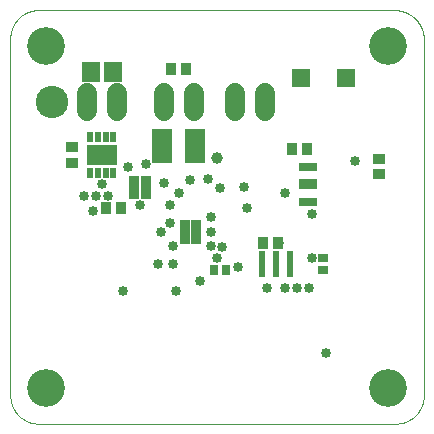
<source format=gbs>
G04 EAGLE Gerber RS-274X export*
G75*
%MOMM*%
%FSLAX35Y35*%
%LPD*%
%INsolder_mask_bottom*%
%IPPOS*%
%AMOC8*
5,1,8,0,0,1.08239X$1,22.5*%
G01*
%ADD10C,0.000000*%
%ADD11R,0.903200X1.103200*%
%ADD12R,1.103200X0.903200*%
%ADD13R,1.603200X1.603200*%
%ADD14R,2.603200X1.703200*%
%ADD15R,0.553200X0.853200*%
%ADD16R,1.803200X2.903200*%
%ADD17R,1.503200X1.703200*%
%ADD18C,1.703200*%
%ADD19R,0.603200X2.203200*%
%ADD20R,0.903200X0.803200*%
%ADD21R,0.803200X0.903200*%
%ADD22C,2.743200*%
%ADD23R,0.853200X0.503200*%
%ADD24R,1.603200X0.773200*%
%ADD25R,1.603200X0.853200*%
%ADD26C,3.203200*%
%ADD27C,0.853200*%
%ADD28C,1.003200*%


D10*
X250000Y0D02*
X3250000Y0D01*
X3500000Y225000D02*
X3500000Y3275000D01*
X3225000Y3500000D02*
X250000Y3500000D01*
X0Y3275000D02*
X0Y225000D01*
X0Y3275000D02*
X371Y3280735D01*
X881Y3286460D01*
X1529Y3292170D01*
X2315Y3297864D01*
X3238Y3303536D01*
X4298Y3309185D01*
X5494Y3314806D01*
X6826Y3320397D01*
X8292Y3325954D01*
X9892Y3331474D01*
X11626Y3336954D01*
X13491Y3342390D01*
X15487Y3347780D01*
X17612Y3353120D01*
X19866Y3358406D01*
X22247Y3363637D01*
X24754Y3368809D01*
X27385Y3373919D01*
X30138Y3378963D01*
X33013Y3383940D01*
X36007Y3388846D01*
X39119Y3393678D01*
X42347Y3398433D01*
X45688Y3403109D01*
X49142Y3407703D01*
X52706Y3412212D01*
X56377Y3416633D01*
X60154Y3420965D01*
X64035Y3425204D01*
X68018Y3429348D01*
X72099Y3433395D01*
X76276Y3437342D01*
X80548Y3441186D01*
X84912Y3444927D01*
X89365Y3448561D01*
X93904Y3452086D01*
X98527Y3455500D01*
X103231Y3458802D01*
X108014Y3461989D01*
X112872Y3465060D01*
X117803Y3468012D01*
X122804Y3470844D01*
X127872Y3473555D01*
X133003Y3476142D01*
X138196Y3478605D01*
X143447Y3480942D01*
X148753Y3483150D01*
X154111Y3485230D01*
X159517Y3487180D01*
X164969Y3488999D01*
X170463Y3490686D01*
X175997Y3492239D01*
X181566Y3493658D01*
X187168Y3494942D01*
X192799Y3496090D01*
X198457Y3497102D01*
X204137Y3497977D01*
X209837Y3498715D01*
X215553Y3499314D01*
X221281Y3499775D01*
X227020Y3500098D01*
X232764Y3500282D01*
X238511Y3500327D01*
X244257Y3500233D01*
X250000Y3500000D01*
X3225000Y3500000D02*
X3231143Y3500538D01*
X3237297Y3500926D01*
X3243459Y3501162D01*
X3249625Y3501247D01*
X3255791Y3501180D01*
X3261953Y3500962D01*
X3268109Y3500594D01*
X3274253Y3500074D01*
X3280383Y3499403D01*
X3286494Y3498582D01*
X3292584Y3497612D01*
X3298648Y3496492D01*
X3304682Y3495224D01*
X3310684Y3493808D01*
X3316649Y3492246D01*
X3322574Y3490537D01*
X3328455Y3488684D01*
X3334289Y3486686D01*
X3340072Y3484546D01*
X3345801Y3482265D01*
X3351472Y3479844D01*
X3357083Y3477285D01*
X3362628Y3474588D01*
X3368106Y3471757D01*
X3373512Y3468792D01*
X3378845Y3465694D01*
X3384099Y3462467D01*
X3389273Y3459113D01*
X3394363Y3455632D01*
X3399366Y3452027D01*
X3404279Y3448300D01*
X3409099Y3444454D01*
X3413823Y3440491D01*
X3418449Y3436414D01*
X3422973Y3432224D01*
X3427393Y3427924D01*
X3431706Y3423517D01*
X3435909Y3419005D01*
X3440001Y3414392D01*
X3443978Y3409679D01*
X3447839Y3404871D01*
X3451580Y3399969D01*
X3455199Y3394977D01*
X3458695Y3389897D01*
X3462066Y3384733D01*
X3465309Y3379489D01*
X3468422Y3374166D01*
X3471403Y3368768D01*
X3474251Y3363299D01*
X3476964Y3357761D01*
X3479540Y3352159D01*
X3481978Y3346495D01*
X3484276Y3340773D01*
X3486433Y3334996D01*
X3488448Y3329168D01*
X3490319Y3323292D01*
X3492045Y3317372D01*
X3493626Y3311412D01*
X3495060Y3305415D01*
X3496346Y3299384D01*
X3497484Y3293323D01*
X3498472Y3287237D01*
X3499311Y3281128D01*
X3500000Y3275000D01*
X3500000Y225000D02*
X3499629Y219265D01*
X3499119Y213540D01*
X3498471Y207830D01*
X3497685Y202136D01*
X3496762Y196464D01*
X3495702Y190815D01*
X3494506Y185194D01*
X3493174Y179603D01*
X3491708Y174046D01*
X3490108Y168526D01*
X3488374Y163046D01*
X3486509Y157610D01*
X3484513Y152220D01*
X3482388Y146880D01*
X3480134Y141594D01*
X3477753Y136363D01*
X3475246Y131191D01*
X3472615Y126081D01*
X3469862Y121037D01*
X3466987Y116060D01*
X3463993Y111154D01*
X3460881Y106322D01*
X3457653Y101567D01*
X3454312Y96891D01*
X3450858Y92297D01*
X3447294Y87788D01*
X3443623Y83367D01*
X3439846Y79035D01*
X3435965Y74796D01*
X3431982Y70652D01*
X3427901Y66605D01*
X3423724Y62658D01*
X3419452Y58814D01*
X3415088Y55073D01*
X3410635Y51439D01*
X3406096Y47914D01*
X3401473Y44500D01*
X3396769Y41198D01*
X3391986Y38011D01*
X3387128Y34940D01*
X3382197Y31988D01*
X3377196Y29156D01*
X3372128Y26445D01*
X3366997Y23858D01*
X3361804Y21395D01*
X3356553Y19058D01*
X3351247Y16850D01*
X3345889Y14770D01*
X3340483Y12820D01*
X3335031Y11001D01*
X3329537Y9314D01*
X3324003Y7761D01*
X3318434Y6342D01*
X3312832Y5058D01*
X3307201Y3910D01*
X3301543Y2898D01*
X3295863Y2023D01*
X3290163Y1285D01*
X3284447Y686D01*
X3278719Y225D01*
X3272980Y-98D01*
X3267236Y-282D01*
X3261489Y-327D01*
X3255743Y-233D01*
X3250000Y0D01*
X250000Y0D02*
X244257Y-233D01*
X238511Y-327D01*
X232764Y-282D01*
X227020Y-98D01*
X221281Y225D01*
X215553Y686D01*
X209837Y1285D01*
X204137Y2023D01*
X198457Y2898D01*
X192799Y3910D01*
X187168Y5058D01*
X181566Y6342D01*
X175997Y7761D01*
X170463Y9314D01*
X164969Y11001D01*
X159517Y12820D01*
X154111Y14770D01*
X148753Y16850D01*
X143447Y19058D01*
X138196Y21395D01*
X133003Y23858D01*
X127872Y26445D01*
X122804Y29156D01*
X117803Y31988D01*
X112872Y34940D01*
X108014Y38011D01*
X103231Y41198D01*
X98527Y44500D01*
X93904Y47914D01*
X89365Y51439D01*
X84912Y55073D01*
X80548Y58814D01*
X76276Y62658D01*
X72099Y66605D01*
X68018Y70652D01*
X64035Y74796D01*
X60154Y79035D01*
X56377Y83367D01*
X52706Y87788D01*
X49142Y92297D01*
X45688Y96891D01*
X42347Y101567D01*
X39119Y106322D01*
X36007Y111154D01*
X33013Y116060D01*
X30138Y121037D01*
X27385Y126081D01*
X24754Y131191D01*
X22247Y136363D01*
X19866Y141594D01*
X17612Y146880D01*
X15487Y152220D01*
X13491Y157610D01*
X11626Y163046D01*
X9892Y168526D01*
X8292Y174046D01*
X6826Y179603D01*
X5494Y185194D01*
X4298Y190815D01*
X3238Y196464D01*
X2315Y202136D01*
X1529Y207830D01*
X881Y213540D01*
X371Y219265D01*
X0Y225000D01*
X3225000Y3500000D02*
X3231143Y3500538D01*
X3237297Y3500926D01*
X3243459Y3501162D01*
X3249625Y3501247D01*
X3255791Y3501180D01*
X3261953Y3500962D01*
X3268109Y3500594D01*
X3274253Y3500074D01*
X3280383Y3499403D01*
X3286494Y3498582D01*
X3292584Y3497612D01*
X3298648Y3496492D01*
X3304682Y3495224D01*
X3310684Y3493808D01*
X3316649Y3492246D01*
X3322574Y3490537D01*
X3328455Y3488684D01*
X3334289Y3486686D01*
X3340072Y3484546D01*
X3345801Y3482265D01*
X3351472Y3479844D01*
X3357083Y3477285D01*
X3362628Y3474588D01*
X3368106Y3471757D01*
X3373512Y3468792D01*
X3378845Y3465694D01*
X3384099Y3462467D01*
X3389273Y3459113D01*
X3394363Y3455632D01*
X3399366Y3452027D01*
X3404279Y3448300D01*
X3409099Y3444454D01*
X3413823Y3440491D01*
X3418449Y3436414D01*
X3422973Y3432224D01*
X3427393Y3427924D01*
X3431706Y3423517D01*
X3435909Y3419005D01*
X3440001Y3414392D01*
X3443978Y3409679D01*
X3447839Y3404871D01*
X3451580Y3399969D01*
X3455199Y3394977D01*
X3458695Y3389897D01*
X3462066Y3384733D01*
X3465309Y3379489D01*
X3468422Y3374166D01*
X3471403Y3368768D01*
X3474251Y3363299D01*
X3476964Y3357761D01*
X3479540Y3352159D01*
X3481978Y3346495D01*
X3484276Y3340773D01*
X3486433Y3334996D01*
X3488448Y3329168D01*
X3490319Y3323292D01*
X3492045Y3317372D01*
X3493626Y3311412D01*
X3495060Y3305415D01*
X3496346Y3299384D01*
X3497484Y3293323D01*
X3498472Y3287237D01*
X3499311Y3281128D01*
X3500000Y3275000D01*
X3500000Y225000D02*
X3499629Y219265D01*
X3499119Y213540D01*
X3498471Y207830D01*
X3497685Y202136D01*
X3496762Y196464D01*
X3495702Y190815D01*
X3494506Y185194D01*
X3493174Y179603D01*
X3491708Y174046D01*
X3490108Y168526D01*
X3488374Y163046D01*
X3486509Y157610D01*
X3484513Y152220D01*
X3482388Y146880D01*
X3480134Y141594D01*
X3477753Y136363D01*
X3475246Y131191D01*
X3472615Y126081D01*
X3469862Y121037D01*
X3466987Y116060D01*
X3463993Y111154D01*
X3460881Y106322D01*
X3457653Y101567D01*
X3454312Y96891D01*
X3450858Y92297D01*
X3447294Y87788D01*
X3443623Y83367D01*
X3439846Y79035D01*
X3435965Y74796D01*
X3431982Y70652D01*
X3427901Y66605D01*
X3423724Y62658D01*
X3419452Y58814D01*
X3415088Y55073D01*
X3410635Y51439D01*
X3406096Y47914D01*
X3401473Y44500D01*
X3396769Y41198D01*
X3391986Y38011D01*
X3387128Y34940D01*
X3382197Y31988D01*
X3377196Y29156D01*
X3372128Y26445D01*
X3366997Y23858D01*
X3361804Y21395D01*
X3356553Y19058D01*
X3351247Y16850D01*
X3345889Y14770D01*
X3340483Y12820D01*
X3335031Y11001D01*
X3329537Y9314D01*
X3324003Y7761D01*
X3318434Y6342D01*
X3312832Y5058D01*
X3307201Y3910D01*
X3301543Y2898D01*
X3295863Y2023D01*
X3290163Y1285D01*
X3284447Y686D01*
X3278719Y225D01*
X3272980Y-98D01*
X3267236Y-282D01*
X3261489Y-327D01*
X3255743Y-233D01*
X3250000Y0D01*
X250000Y0D02*
X244257Y-233D01*
X238511Y-327D01*
X232764Y-282D01*
X227020Y-98D01*
X221281Y225D01*
X215553Y686D01*
X209837Y1285D01*
X204137Y2023D01*
X198457Y2898D01*
X192799Y3910D01*
X187168Y5058D01*
X181566Y6342D01*
X175997Y7761D01*
X170463Y9314D01*
X164969Y11001D01*
X159517Y12820D01*
X154111Y14770D01*
X148753Y16850D01*
X143447Y19058D01*
X138196Y21395D01*
X133003Y23858D01*
X127872Y26445D01*
X122804Y29156D01*
X117803Y31988D01*
X112872Y34940D01*
X108014Y38011D01*
X103231Y41198D01*
X98527Y44500D01*
X93904Y47914D01*
X89365Y51439D01*
X84912Y55073D01*
X80548Y58814D01*
X76276Y62658D01*
X72099Y66605D01*
X68018Y70652D01*
X64035Y74796D01*
X60154Y79035D01*
X56377Y83367D01*
X52706Y87788D01*
X49142Y92297D01*
X45688Y96891D01*
X42347Y101567D01*
X39119Y106322D01*
X36007Y111154D01*
X33013Y116060D01*
X30138Y121037D01*
X27385Y126081D01*
X24754Y131191D01*
X22247Y136363D01*
X19866Y141594D01*
X17612Y146880D01*
X15487Y152220D01*
X13491Y157610D01*
X11626Y163046D01*
X9892Y168526D01*
X8292Y174046D01*
X6826Y179603D01*
X5494Y185194D01*
X4298Y190815D01*
X3238Y196464D01*
X2315Y202136D01*
X1529Y207830D01*
X881Y213540D01*
X371Y219265D01*
X0Y225000D01*
D11*
X1360000Y3000000D03*
X1490000Y3000000D03*
D12*
X525000Y2210000D03*
X525000Y2340000D03*
D11*
X2135000Y1525000D03*
X2265000Y1525000D03*
X940000Y1825000D03*
X810000Y1825000D03*
D13*
X2460000Y2925000D03*
X2840000Y2925000D03*
D14*
X775000Y2275000D03*
D15*
X872500Y2120000D03*
X807500Y2120000D03*
X742500Y2120000D03*
X677500Y2120000D03*
X872500Y2430000D03*
X807500Y2430000D03*
X742500Y2430000D03*
X677500Y2430000D03*
D16*
X1565000Y2350000D03*
X1285000Y2350000D03*
D17*
X680000Y2975000D03*
X870000Y2975000D03*
D18*
X1552000Y2800000D02*
X1552000Y2650000D01*
X1298000Y2650000D02*
X1298000Y2800000D01*
X902000Y2800000D02*
X902000Y2650000D01*
X648000Y2650000D02*
X648000Y2800000D01*
D19*
X2370000Y1350000D03*
X2250000Y1350000D03*
X2130000Y1350000D03*
D20*
X2650000Y1400000D03*
X2650000Y1300000D03*
D18*
X2152000Y2650000D02*
X2152000Y2800000D01*
X1898000Y2800000D02*
X1898000Y2650000D01*
D12*
X3125000Y2110000D03*
X3125000Y2240000D03*
D11*
X2385000Y2325000D03*
X2515000Y2325000D03*
D21*
X1725000Y1300000D03*
X1825000Y1300000D03*
D22*
X350000Y2725000D03*
D23*
X1475000Y1550000D03*
X1475000Y1600000D03*
X1475000Y1650000D03*
X1475000Y1700000D03*
X1575000Y1700000D03*
X1575000Y1650000D03*
X1575000Y1600000D03*
X1575000Y1550000D03*
X1150000Y2075000D03*
X1150000Y2025000D03*
X1150000Y1975000D03*
X1150000Y1925000D03*
X1050000Y1925000D03*
X1050000Y1975000D03*
X1050000Y2025000D03*
X1050000Y2075000D03*
D24*
X2518500Y1875000D03*
X2518500Y2175000D03*
D25*
X2518500Y2025000D03*
D26*
X300000Y3200000D03*
X300000Y300000D03*
X3200000Y300000D03*
X3200000Y3200000D03*
D27*
X700000Y1800000D03*
X2550000Y1775000D03*
X1925000Y1325000D03*
X2000000Y1825000D03*
X1250000Y1350000D03*
X1350000Y1850000D03*
X1100000Y1850000D03*
X2275000Y1525000D03*
X950000Y1125000D03*
X1400000Y1125000D03*
X2325000Y1950000D03*
X1675000Y2075000D03*
X1525000Y2065000D03*
X2675000Y600000D03*
X775000Y2025000D03*
X1000000Y2175000D03*
X1789500Y1497576D03*
X625000Y1925000D03*
D28*
X1750000Y2250000D03*
D27*
X1700000Y1625000D03*
X1700000Y1750000D03*
X1700000Y1500000D03*
X1425000Y1950000D03*
X825000Y1925000D03*
X725000Y1925000D03*
X2917500Y2225000D03*
X1375000Y1350000D03*
X2525000Y1150000D03*
X2425000Y1150000D03*
X1608462Y1208462D03*
X2325000Y1150000D03*
X2175000Y1150000D03*
X1150000Y2200000D03*
X1775000Y1994200D03*
X1977007Y2000800D03*
X1350000Y1700000D03*
X1275000Y1625000D03*
X1375000Y1500000D03*
X2550000Y1400000D03*
X1750000Y1400000D03*
X1300000Y2040000D03*
M02*

</source>
